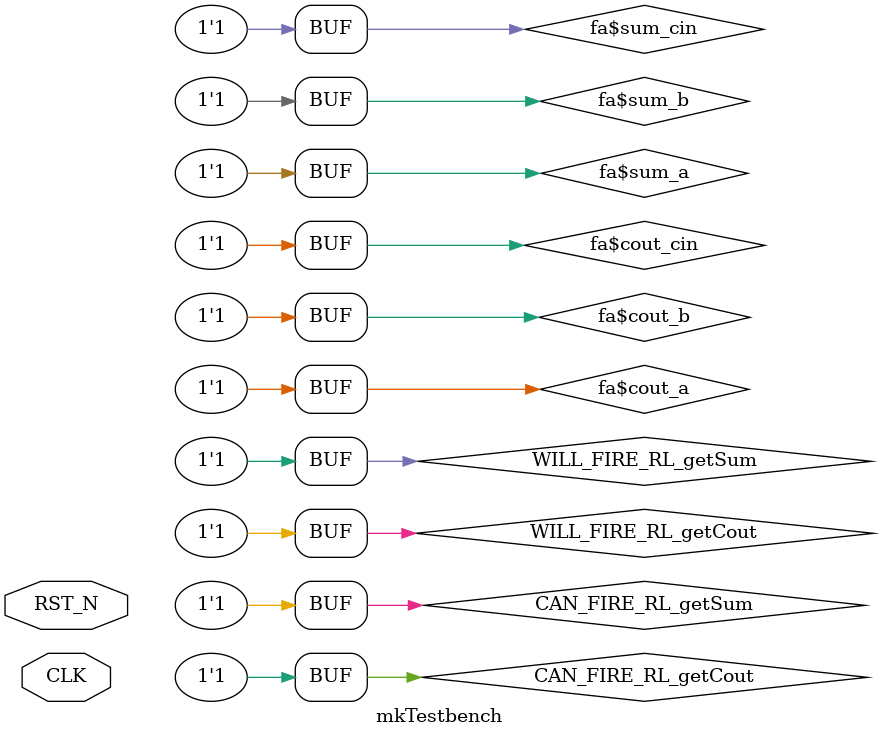
<source format=v>

`ifdef BSV_ASSIGNMENT_DELAY
`else
  `define BSV_ASSIGNMENT_DELAY
`endif

`ifdef BSV_POSITIVE_RESET
  `define BSV_RESET_VALUE 1'b1
  `define BSV_RESET_EDGE posedge
`else
  `define BSV_RESET_VALUE 1'b0
  `define BSV_RESET_EDGE negedge
`endif

module mkTestbench(CLK,
		   RST_N);
  input  CLK;
  input  RST_N;

  // ports of submodule fa
  wire fa$cout,
       fa$cout_a,
       fa$cout_b,
       fa$cout_cin,
       fa$sum,
       fa$sum_a,
       fa$sum_b,
       fa$sum_cin;

  // rule scheduling signals
  wire CAN_FIRE_RL_getCout,
       CAN_FIRE_RL_getSum,
       WILL_FIRE_RL_getCout,
       WILL_FIRE_RL_getSum;

  // submodule fa
  mkSplitFA fa(.CLK(CLK),
	       .RST_N(RST_N),
	       .cout_a(fa$cout_a),
	       .cout_b(fa$cout_b),
	       .cout_cin(fa$cout_cin),
	       .sum_a(fa$sum_a),
	       .sum_b(fa$sum_b),
	       .sum_cin(fa$sum_cin),
	       .sum(fa$sum),
	       .RDY_sum(),
	       .cout(fa$cout),
	       .RDY_cout());

  // rule RL_getSum
  assign CAN_FIRE_RL_getSum = 1'd1 ;
  assign WILL_FIRE_RL_getSum = 1'd1 ;

  // rule RL_getCout
  assign CAN_FIRE_RL_getCout = 1'd1 ;
  assign WILL_FIRE_RL_getCout = 1'd1 ;

  // submodule fa
  assign fa$cout_a = 1'd1 ;
  assign fa$cout_b = 1'd1 ;
  assign fa$cout_cin = 1'd1 ;
  assign fa$sum_a = 1'd1 ;
  assign fa$sum_b = 1'd1 ;
  assign fa$sum_cin = 1'd1 ;

  // handling of system tasks

  // synopsys translate_off
  always@(negedge CLK)
  begin
    #0;
    $display("Sum of 1,1,1= %d", fa$sum);
    $display("Cout of 1,1,1= %d", fa$cout);
    $finish(32'd1);
  end
  // synopsys translate_on
endmodule  // mkTestbench


</source>
